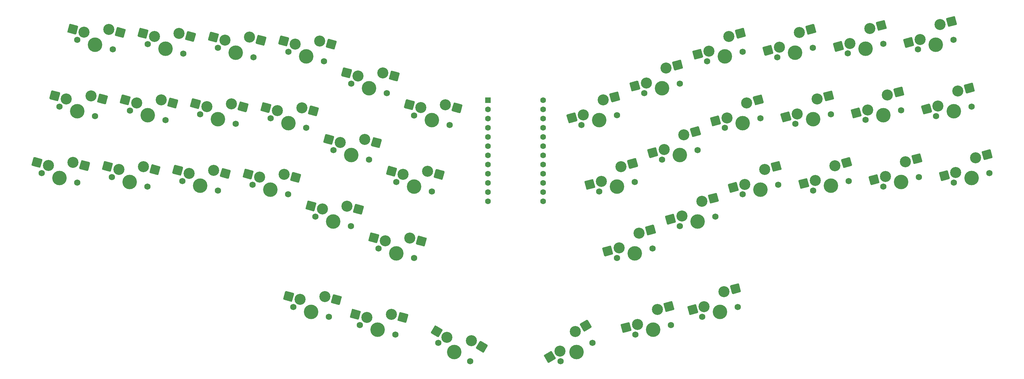
<source format=gbs>
G04 #@! TF.GenerationSoftware,KiCad,Pcbnew,(5.1.12-1-10_14)*
G04 #@! TF.CreationDate,2022-10-16T17:34:36-04:00*
G04 #@! TF.ProjectId,ergo3by6plus3nonSplit,6572676f-3362-4793-9670-6c7573336e6f,rev?*
G04 #@! TF.SameCoordinates,Original*
G04 #@! TF.FileFunction,Soldermask,Bot*
G04 #@! TF.FilePolarity,Negative*
%FSLAX46Y46*%
G04 Gerber Fmt 4.6, Leading zero omitted, Abs format (unit mm)*
G04 Created by KiCad (PCBNEW (5.1.12-1-10_14)) date 2022-10-16 17:34:36*
%MOMM*%
%LPD*%
G01*
G04 APERTURE LIST*
%ADD10C,1.750000*%
%ADD11C,4.000000*%
%ADD12C,3.050000*%
%ADD13C,1.600000*%
%ADD14R,1.600000X1.600000*%
G04 APERTURE END LIST*
D10*
X114656903Y-145739801D03*
X104843097Y-143110199D03*
D11*
X109750000Y-144425000D03*
G36*
G01*
X115217365Y-141666049D02*
X115735003Y-139734198D01*
G75*
G02*
X116041189Y-139557422I241481J-64705D01*
G01*
X118021337Y-140088001D01*
G75*
G02*
X118198113Y-140394187I-64705J-241481D01*
G01*
X117680475Y-142326038D01*
G75*
G02*
X117374289Y-142502814I-241481J64705D01*
G01*
X115394141Y-141972235D01*
G75*
G02*
X115217365Y-141666049I64705J241481D01*
G01*
G37*
G36*
G01*
X102073442Y-140773746D02*
X102591080Y-138841895D01*
G75*
G02*
X102897266Y-138665119I241481J-64705D01*
G01*
X104877414Y-139195698D01*
G75*
G02*
X105054190Y-139501884I-64705J-241481D01*
G01*
X104536552Y-141433735D01*
G75*
G02*
X104230366Y-141610511I-241481J64705D01*
G01*
X102250218Y-141079932D01*
G75*
G02*
X102073442Y-140773746I64705J241481D01*
G01*
G37*
D12*
X113518252Y-140175497D03*
X106727223Y-140985448D03*
D10*
X209176903Y-138175199D03*
X199363097Y-140804801D03*
D11*
X204270000Y-139490000D03*
G36*
G01*
X207625402Y-134366996D02*
X207107764Y-132435145D01*
G75*
G02*
X207284540Y-132128959I241481J64705D01*
G01*
X209264688Y-131598380D01*
G75*
G02*
X209570874Y-131775156I64705J-241481D01*
G01*
X210088512Y-133707007D01*
G75*
G02*
X209911736Y-134013193I-241481J-64705D01*
G01*
X207931588Y-134543772D01*
G75*
G02*
X207625402Y-134366996I-64705J241481D01*
G01*
G37*
G36*
G01*
X195796279Y-140166201D02*
X195278641Y-138234350D01*
G75*
G02*
X195455417Y-137928164I241481J64705D01*
G01*
X197435565Y-137397585D01*
G75*
G02*
X197741751Y-137574361I64705J-241481D01*
G01*
X198259389Y-139506212D01*
G75*
G02*
X198082613Y-139812398I-241481J-64705D01*
G01*
X196102465Y-140342977D01*
G75*
G02*
X195796279Y-140166201I-64705J241481D01*
G01*
G37*
D12*
X205408651Y-133925696D03*
X199932422Y-138022649D03*
D10*
X190756903Y-143105199D03*
X180943097Y-145734801D03*
D11*
X185850000Y-144420000D03*
G36*
G01*
X189205402Y-139296996D02*
X188687764Y-137365145D01*
G75*
G02*
X188864540Y-137058959I241481J64705D01*
G01*
X190844688Y-136528380D01*
G75*
G02*
X191150874Y-136705156I64705J-241481D01*
G01*
X191668512Y-138637007D01*
G75*
G02*
X191491736Y-138943193I-241481J-64705D01*
G01*
X189511588Y-139473772D01*
G75*
G02*
X189205402Y-139296996I-64705J241481D01*
G01*
G37*
G36*
G01*
X177376279Y-145096201D02*
X176858641Y-143164350D01*
G75*
G02*
X177035417Y-142858164I241481J64705D01*
G01*
X179015565Y-142327585D01*
G75*
G02*
X179321751Y-142504361I64705J-241481D01*
G01*
X179839389Y-144436212D01*
G75*
G02*
X179662613Y-144742398I-241481J-64705D01*
G01*
X177682465Y-145272977D01*
G75*
G02*
X177376279Y-145096201I-64705J241481D01*
G01*
G37*
D12*
X186988651Y-138855696D03*
X181512422Y-142952649D03*
D10*
X96256903Y-140804801D03*
X86443097Y-138175199D03*
D11*
X91350000Y-139490000D03*
G36*
G01*
X96817365Y-136731049D02*
X97335003Y-134799198D01*
G75*
G02*
X97641189Y-134622422I241481J-64705D01*
G01*
X99621337Y-135153001D01*
G75*
G02*
X99798113Y-135459187I-64705J-241481D01*
G01*
X99280475Y-137391038D01*
G75*
G02*
X98974289Y-137567814I-241481J64705D01*
G01*
X96994141Y-137037235D01*
G75*
G02*
X96817365Y-136731049I64705J241481D01*
G01*
G37*
G36*
G01*
X83673442Y-135838746D02*
X84191080Y-133906895D01*
G75*
G02*
X84497266Y-133730119I241481J-64705D01*
G01*
X86477414Y-134260698D01*
G75*
G02*
X86654190Y-134566884I-64705J-241481D01*
G01*
X86136552Y-136498735D01*
G75*
G02*
X85830366Y-136675511I-241481J64705D01*
G01*
X83850218Y-136144932D01*
G75*
G02*
X83673442Y-135838746I64705J241481D01*
G01*
G37*
D12*
X95118252Y-135240497D03*
X88327223Y-136050448D03*
D10*
X278686903Y-101145199D03*
X268873097Y-103774801D03*
D11*
X273780000Y-102460000D03*
G36*
G01*
X277135402Y-97336996D02*
X276617764Y-95405145D01*
G75*
G02*
X276794540Y-95098959I241481J64705D01*
G01*
X278774688Y-94568380D01*
G75*
G02*
X279080874Y-94745156I64705J-241481D01*
G01*
X279598512Y-96677007D01*
G75*
G02*
X279421736Y-96983193I-241481J-64705D01*
G01*
X277441588Y-97513772D01*
G75*
G02*
X277135402Y-97336996I-64705J241481D01*
G01*
G37*
G36*
G01*
X265306279Y-103136201D02*
X264788641Y-101204350D01*
G75*
G02*
X264965417Y-100898164I241481J64705D01*
G01*
X266945565Y-100367585D01*
G75*
G02*
X267251751Y-100544361I64705J-241481D01*
G01*
X267769389Y-102476212D01*
G75*
G02*
X267592613Y-102782398I-241481J-64705D01*
G01*
X265612465Y-103312977D01*
G75*
G02*
X265306279Y-103136201I-64705J241481D01*
G01*
G37*
D12*
X274918651Y-96895696D03*
X269442422Y-100992649D03*
D10*
X259266903Y-102255199D03*
X249453097Y-104884801D03*
D11*
X254360000Y-103570000D03*
G36*
G01*
X257715402Y-98446996D02*
X257197764Y-96515145D01*
G75*
G02*
X257374540Y-96208959I241481J64705D01*
G01*
X259354688Y-95678380D01*
G75*
G02*
X259660874Y-95855156I64705J-241481D01*
G01*
X260178512Y-97787007D01*
G75*
G02*
X260001736Y-98093193I-241481J-64705D01*
G01*
X258021588Y-98623772D01*
G75*
G02*
X257715402Y-98446996I-64705J241481D01*
G01*
G37*
G36*
G01*
X245886279Y-104246201D02*
X245368641Y-102314350D01*
G75*
G02*
X245545417Y-102008164I241481J64705D01*
G01*
X247525565Y-101477585D01*
G75*
G02*
X247831751Y-101654361I64705J-241481D01*
G01*
X248349389Y-103586212D01*
G75*
G02*
X248172613Y-103892398I-241481J-64705D01*
G01*
X246192465Y-104422977D01*
G75*
G02*
X245886279Y-104246201I-64705J241481D01*
G01*
G37*
D12*
X255498651Y-98005696D03*
X250022422Y-102102649D03*
D10*
X239846903Y-103315199D03*
X230033097Y-105944801D03*
D11*
X234940000Y-104630000D03*
G36*
G01*
X238295402Y-99506996D02*
X237777764Y-97575145D01*
G75*
G02*
X237954540Y-97268959I241481J64705D01*
G01*
X239934688Y-96738380D01*
G75*
G02*
X240240874Y-96915156I64705J-241481D01*
G01*
X240758512Y-98847007D01*
G75*
G02*
X240581736Y-99153193I-241481J-64705D01*
G01*
X238601588Y-99683772D01*
G75*
G02*
X238295402Y-99506996I-64705J241481D01*
G01*
G37*
G36*
G01*
X226466279Y-105306201D02*
X225948641Y-103374350D01*
G75*
G02*
X226125417Y-103068164I241481J64705D01*
G01*
X228105565Y-102537585D01*
G75*
G02*
X228411751Y-102714361I64705J-241481D01*
G01*
X228929389Y-104646212D01*
G75*
G02*
X228752613Y-104952398I-241481J-64705D01*
G01*
X226772465Y-105482977D01*
G75*
G02*
X226466279Y-105306201I-64705J241481D01*
G01*
G37*
D12*
X236078651Y-99065696D03*
X230602422Y-103162649D03*
D10*
X220381903Y-104385199D03*
X210568097Y-107014801D03*
D11*
X215475000Y-105700000D03*
G36*
G01*
X218830402Y-100576996D02*
X218312764Y-98645145D01*
G75*
G02*
X218489540Y-98338959I241481J64705D01*
G01*
X220469688Y-97808380D01*
G75*
G02*
X220775874Y-97985156I64705J-241481D01*
G01*
X221293512Y-99917007D01*
G75*
G02*
X221116736Y-100223193I-241481J-64705D01*
G01*
X219136588Y-100753772D01*
G75*
G02*
X218830402Y-100576996I-64705J241481D01*
G01*
G37*
G36*
G01*
X207001279Y-106376201D02*
X206483641Y-104444350D01*
G75*
G02*
X206660417Y-104138164I241481J64705D01*
G01*
X208640565Y-103607585D01*
G75*
G02*
X208946751Y-103784361I64705J-241481D01*
G01*
X209464389Y-105716212D01*
G75*
G02*
X209287613Y-106022398I-241481J-64705D01*
G01*
X207307465Y-106552977D01*
G75*
G02*
X207001279Y-106376201I-64705J241481D01*
G01*
G37*
D12*
X216613651Y-100135696D03*
X211137422Y-104232649D03*
D10*
X203031903Y-113175199D03*
X193218097Y-115804801D03*
D11*
X198125000Y-114490000D03*
G36*
G01*
X201480402Y-109366996D02*
X200962764Y-107435145D01*
G75*
G02*
X201139540Y-107128959I241481J64705D01*
G01*
X203119688Y-106598380D01*
G75*
G02*
X203425874Y-106775156I64705J-241481D01*
G01*
X203943512Y-108707007D01*
G75*
G02*
X203766736Y-109013193I-241481J-64705D01*
G01*
X201786588Y-109543772D01*
G75*
G02*
X201480402Y-109366996I-64705J241481D01*
G01*
G37*
G36*
G01*
X189651279Y-115166201D02*
X189133641Y-113234350D01*
G75*
G02*
X189310417Y-112928164I241481J64705D01*
G01*
X191290565Y-112397585D01*
G75*
G02*
X191596751Y-112574361I64705J-241481D01*
G01*
X192114389Y-114506212D01*
G75*
G02*
X191937613Y-114812398I-241481J-64705D01*
G01*
X189957465Y-115342977D01*
G75*
G02*
X189651279Y-115166201I-64705J241481D01*
G01*
G37*
D12*
X199263651Y-108925696D03*
X193787422Y-113022649D03*
D10*
X185676903Y-121965199D03*
X175863097Y-124594801D03*
D11*
X180770000Y-123280000D03*
G36*
G01*
X184125402Y-118156996D02*
X183607764Y-116225145D01*
G75*
G02*
X183784540Y-115918959I241481J64705D01*
G01*
X185764688Y-115388380D01*
G75*
G02*
X186070874Y-115565156I64705J-241481D01*
G01*
X186588512Y-117497007D01*
G75*
G02*
X186411736Y-117803193I-241481J-64705D01*
G01*
X184431588Y-118333772D01*
G75*
G02*
X184125402Y-118156996I-64705J241481D01*
G01*
G37*
G36*
G01*
X172296279Y-123956201D02*
X171778641Y-122024350D01*
G75*
G02*
X171955417Y-121718164I241481J64705D01*
G01*
X173935565Y-121187585D01*
G75*
G02*
X174241751Y-121364361I64705J-241481D01*
G01*
X174759389Y-123296212D01*
G75*
G02*
X174582613Y-123602398I-241481J-64705D01*
G01*
X172602465Y-124132977D01*
G75*
G02*
X172296279Y-123956201I-64705J241481D01*
G01*
G37*
D12*
X181908651Y-117715696D03*
X176432422Y-121812649D03*
D10*
X119756903Y-124614801D03*
X109943097Y-121985199D03*
D11*
X114850000Y-123300000D03*
G36*
G01*
X120317365Y-120541049D02*
X120835003Y-118609198D01*
G75*
G02*
X121141189Y-118432422I241481J-64705D01*
G01*
X123121337Y-118963001D01*
G75*
G02*
X123298113Y-119269187I-64705J-241481D01*
G01*
X122780475Y-121201038D01*
G75*
G02*
X122474289Y-121377814I-241481J64705D01*
G01*
X120494141Y-120847235D01*
G75*
G02*
X120317365Y-120541049I64705J241481D01*
G01*
G37*
G36*
G01*
X107173442Y-119648746D02*
X107691080Y-117716895D01*
G75*
G02*
X107997266Y-117540119I241481J-64705D01*
G01*
X109977414Y-118070698D01*
G75*
G02*
X110154190Y-118376884I-64705J-241481D01*
G01*
X109636552Y-120308735D01*
G75*
G02*
X109330366Y-120485511I-241481J64705D01*
G01*
X107350218Y-119954932D01*
G75*
G02*
X107173442Y-119648746I64705J241481D01*
G01*
G37*
D12*
X118618252Y-119050497D03*
X111827223Y-119860448D03*
D10*
X102386903Y-115824801D03*
X92573097Y-113195199D03*
D11*
X97480000Y-114510000D03*
G36*
G01*
X102947365Y-111751049D02*
X103465003Y-109819198D01*
G75*
G02*
X103771189Y-109642422I241481J-64705D01*
G01*
X105751337Y-110173001D01*
G75*
G02*
X105928113Y-110479187I-64705J-241481D01*
G01*
X105410475Y-112411038D01*
G75*
G02*
X105104289Y-112587814I-241481J64705D01*
G01*
X103124141Y-112057235D01*
G75*
G02*
X102947365Y-111751049I64705J241481D01*
G01*
G37*
G36*
G01*
X89803442Y-110858746D02*
X90321080Y-108926895D01*
G75*
G02*
X90627266Y-108750119I241481J-64705D01*
G01*
X92607414Y-109280698D01*
G75*
G02*
X92784190Y-109586884I-64705J-241481D01*
G01*
X92266552Y-111518735D01*
G75*
G02*
X91960366Y-111695511I-241481J64705D01*
G01*
X89980218Y-111164932D01*
G75*
G02*
X89803442Y-110858746I64705J241481D01*
G01*
G37*
D12*
X101248252Y-110260497D03*
X94457223Y-111070448D03*
D10*
X85031903Y-107014801D03*
X75218097Y-104385199D03*
D11*
X80125000Y-105700000D03*
G36*
G01*
X85592365Y-102941049D02*
X86110003Y-101009198D01*
G75*
G02*
X86416189Y-100832422I241481J-64705D01*
G01*
X88396337Y-101363001D01*
G75*
G02*
X88573113Y-101669187I-64705J-241481D01*
G01*
X88055475Y-103601038D01*
G75*
G02*
X87749289Y-103777814I-241481J64705D01*
G01*
X85769141Y-103247235D01*
G75*
G02*
X85592365Y-102941049I64705J241481D01*
G01*
G37*
G36*
G01*
X72448442Y-102048746D02*
X72966080Y-100116895D01*
G75*
G02*
X73272266Y-99940119I241481J-64705D01*
G01*
X75252414Y-100470698D01*
G75*
G02*
X75429190Y-100776884I-64705J-241481D01*
G01*
X74911552Y-102708735D01*
G75*
G02*
X74605366Y-102885511I-241481J64705D01*
G01*
X72625218Y-102354932D01*
G75*
G02*
X72448442Y-102048746I64705J241481D01*
G01*
G37*
D12*
X83893252Y-101450497D03*
X77102223Y-102260448D03*
D10*
X65596903Y-105944801D03*
X55783097Y-103315199D03*
D11*
X60690000Y-104630000D03*
G36*
G01*
X66157365Y-101871049D02*
X66675003Y-99939198D01*
G75*
G02*
X66981189Y-99762422I241481J-64705D01*
G01*
X68961337Y-100293001D01*
G75*
G02*
X69138113Y-100599187I-64705J-241481D01*
G01*
X68620475Y-102531038D01*
G75*
G02*
X68314289Y-102707814I-241481J64705D01*
G01*
X66334141Y-102177235D01*
G75*
G02*
X66157365Y-101871049I64705J241481D01*
G01*
G37*
G36*
G01*
X53013442Y-100978746D02*
X53531080Y-99046895D01*
G75*
G02*
X53837266Y-98870119I241481J-64705D01*
G01*
X55817414Y-99400698D01*
G75*
G02*
X55994190Y-99706884I-64705J-241481D01*
G01*
X55476552Y-101638735D01*
G75*
G02*
X55170366Y-101815511I-241481J64705D01*
G01*
X53190218Y-101284932D01*
G75*
G02*
X53013442Y-100978746I64705J241481D01*
G01*
G37*
D12*
X64458252Y-100380497D03*
X57667223Y-101190448D03*
D10*
X46166903Y-104884801D03*
X36353097Y-102255199D03*
D11*
X41260000Y-103570000D03*
G36*
G01*
X46727365Y-100811049D02*
X47245003Y-98879198D01*
G75*
G02*
X47551189Y-98702422I241481J-64705D01*
G01*
X49531337Y-99233001D01*
G75*
G02*
X49708113Y-99539187I-64705J-241481D01*
G01*
X49190475Y-101471038D01*
G75*
G02*
X48884289Y-101647814I-241481J64705D01*
G01*
X46904141Y-101117235D01*
G75*
G02*
X46727365Y-100811049I64705J241481D01*
G01*
G37*
G36*
G01*
X33583442Y-99918746D02*
X34101080Y-97986895D01*
G75*
G02*
X34407266Y-97810119I241481J-64705D01*
G01*
X36387414Y-98340698D01*
G75*
G02*
X36564190Y-98646884I-64705J-241481D01*
G01*
X36046552Y-100578735D01*
G75*
G02*
X35740366Y-100755511I-241481J64705D01*
G01*
X33760218Y-100224932D01*
G75*
G02*
X33583442Y-99918746I64705J241481D01*
G01*
G37*
D12*
X45028252Y-99320497D03*
X38237223Y-100130448D03*
D10*
X26731903Y-103764801D03*
X16918097Y-101135199D03*
D11*
X21825000Y-102450000D03*
G36*
G01*
X27292365Y-99691049D02*
X27810003Y-97759198D01*
G75*
G02*
X28116189Y-97582422I241481J-64705D01*
G01*
X30096337Y-98113001D01*
G75*
G02*
X30273113Y-98419187I-64705J-241481D01*
G01*
X29755475Y-100351038D01*
G75*
G02*
X29449289Y-100527814I-241481J64705D01*
G01*
X27469141Y-99997235D01*
G75*
G02*
X27292365Y-99691049I64705J241481D01*
G01*
G37*
G36*
G01*
X14148442Y-98798746D02*
X14666080Y-96866895D01*
G75*
G02*
X14972266Y-96690119I241481J-64705D01*
G01*
X16952414Y-97220698D01*
G75*
G02*
X17129190Y-97526884I-64705J-241481D01*
G01*
X16611552Y-99458735D01*
G75*
G02*
X16305366Y-99635511I-241481J64705D01*
G01*
X14325218Y-99104932D01*
G75*
G02*
X14148442Y-98798746I64705J241481D01*
G01*
G37*
D12*
X25593252Y-98200497D03*
X18802223Y-99010448D03*
D10*
X273766903Y-82735199D03*
X263953097Y-85364801D03*
D11*
X268860000Y-84050000D03*
G36*
G01*
X272215402Y-78926996D02*
X271697764Y-76995145D01*
G75*
G02*
X271874540Y-76688959I241481J64705D01*
G01*
X273854688Y-76158380D01*
G75*
G02*
X274160874Y-76335156I64705J-241481D01*
G01*
X274678512Y-78267007D01*
G75*
G02*
X274501736Y-78573193I-241481J-64705D01*
G01*
X272521588Y-79103772D01*
G75*
G02*
X272215402Y-78926996I-64705J241481D01*
G01*
G37*
G36*
G01*
X260386279Y-84726201D02*
X259868641Y-82794350D01*
G75*
G02*
X260045417Y-82488164I241481J64705D01*
G01*
X262025565Y-81957585D01*
G75*
G02*
X262331751Y-82134361I64705J-241481D01*
G01*
X262849389Y-84066212D01*
G75*
G02*
X262672613Y-84372398I-241481J-64705D01*
G01*
X260692465Y-84902977D01*
G75*
G02*
X260386279Y-84726201I-64705J241481D01*
G01*
G37*
D12*
X269998651Y-78485696D03*
X264522422Y-82582649D03*
D10*
X254306903Y-83810199D03*
X244493097Y-86439801D03*
D11*
X249400000Y-85125000D03*
G36*
G01*
X252755402Y-80001996D02*
X252237764Y-78070145D01*
G75*
G02*
X252414540Y-77763959I241481J64705D01*
G01*
X254394688Y-77233380D01*
G75*
G02*
X254700874Y-77410156I64705J-241481D01*
G01*
X255218512Y-79342007D01*
G75*
G02*
X255041736Y-79648193I-241481J-64705D01*
G01*
X253061588Y-80178772D01*
G75*
G02*
X252755402Y-80001996I-64705J241481D01*
G01*
G37*
G36*
G01*
X240926279Y-85801201D02*
X240408641Y-83869350D01*
G75*
G02*
X240585417Y-83563164I241481J64705D01*
G01*
X242565565Y-83032585D01*
G75*
G02*
X242871751Y-83209361I64705J-241481D01*
G01*
X243389389Y-85141212D01*
G75*
G02*
X243212613Y-85447398I-241481J-64705D01*
G01*
X241232465Y-85977977D01*
G75*
G02*
X240926279Y-85801201I-64705J241481D01*
G01*
G37*
D12*
X250538651Y-79560696D03*
X245062422Y-83657649D03*
D10*
X234906903Y-84910199D03*
X225093097Y-87539801D03*
D11*
X230000000Y-86225000D03*
G36*
G01*
X233355402Y-81101996D02*
X232837764Y-79170145D01*
G75*
G02*
X233014540Y-78863959I241481J64705D01*
G01*
X234994688Y-78333380D01*
G75*
G02*
X235300874Y-78510156I64705J-241481D01*
G01*
X235818512Y-80442007D01*
G75*
G02*
X235641736Y-80748193I-241481J-64705D01*
G01*
X233661588Y-81278772D01*
G75*
G02*
X233355402Y-81101996I-64705J241481D01*
G01*
G37*
G36*
G01*
X221526279Y-86901201D02*
X221008641Y-84969350D01*
G75*
G02*
X221185417Y-84663164I241481J64705D01*
G01*
X223165565Y-84132585D01*
G75*
G02*
X223471751Y-84309361I64705J-241481D01*
G01*
X223989389Y-86241212D01*
G75*
G02*
X223812613Y-86547398I-241481J-64705D01*
G01*
X221832465Y-87077977D01*
G75*
G02*
X221526279Y-86901201I-64705J241481D01*
G01*
G37*
D12*
X231138651Y-80660696D03*
X225662422Y-84757649D03*
D10*
X215456903Y-86010199D03*
X205643097Y-88639801D03*
D11*
X210550000Y-87325000D03*
G36*
G01*
X213905402Y-82201996D02*
X213387764Y-80270145D01*
G75*
G02*
X213564540Y-79963959I241481J64705D01*
G01*
X215544688Y-79433380D01*
G75*
G02*
X215850874Y-79610156I64705J-241481D01*
G01*
X216368512Y-81542007D01*
G75*
G02*
X216191736Y-81848193I-241481J-64705D01*
G01*
X214211588Y-82378772D01*
G75*
G02*
X213905402Y-82201996I-64705J241481D01*
G01*
G37*
G36*
G01*
X202076279Y-88001201D02*
X201558641Y-86069350D01*
G75*
G02*
X201735417Y-85763164I241481J64705D01*
G01*
X203715565Y-85232585D01*
G75*
G02*
X204021751Y-85409361I64705J-241481D01*
G01*
X204539389Y-87341212D01*
G75*
G02*
X204362613Y-87647398I-241481J-64705D01*
G01*
X202382465Y-88177977D01*
G75*
G02*
X202076279Y-88001201I-64705J241481D01*
G01*
G37*
D12*
X211688651Y-81760696D03*
X206212422Y-85857649D03*
D10*
X198106903Y-94785199D03*
X188293097Y-97414801D03*
D11*
X193200000Y-96100000D03*
G36*
G01*
X196555402Y-90976996D02*
X196037764Y-89045145D01*
G75*
G02*
X196214540Y-88738959I241481J64705D01*
G01*
X198194688Y-88208380D01*
G75*
G02*
X198500874Y-88385156I64705J-241481D01*
G01*
X199018512Y-90317007D01*
G75*
G02*
X198841736Y-90623193I-241481J-64705D01*
G01*
X196861588Y-91153772D01*
G75*
G02*
X196555402Y-90976996I-64705J241481D01*
G01*
G37*
G36*
G01*
X184726279Y-96776201D02*
X184208641Y-94844350D01*
G75*
G02*
X184385417Y-94538164I241481J64705D01*
G01*
X186365565Y-94007585D01*
G75*
G02*
X186671751Y-94184361I64705J-241481D01*
G01*
X187189389Y-96116212D01*
G75*
G02*
X187012613Y-96422398I-241481J-64705D01*
G01*
X185032465Y-96952977D01*
G75*
G02*
X184726279Y-96776201I-64705J241481D01*
G01*
G37*
D12*
X194338651Y-90535696D03*
X188862422Y-94632649D03*
D10*
X180736903Y-103575199D03*
X170923097Y-106204801D03*
D11*
X175830000Y-104890000D03*
G36*
G01*
X179185402Y-99766996D02*
X178667764Y-97835145D01*
G75*
G02*
X178844540Y-97528959I241481J64705D01*
G01*
X180824688Y-96998380D01*
G75*
G02*
X181130874Y-97175156I64705J-241481D01*
G01*
X181648512Y-99107007D01*
G75*
G02*
X181471736Y-99413193I-241481J-64705D01*
G01*
X179491588Y-99943772D01*
G75*
G02*
X179185402Y-99766996I-64705J241481D01*
G01*
G37*
G36*
G01*
X167356279Y-105566201D02*
X166838641Y-103634350D01*
G75*
G02*
X167015417Y-103328164I241481J64705D01*
G01*
X168995565Y-102797585D01*
G75*
G02*
X169301751Y-102974361I64705J-241481D01*
G01*
X169819389Y-104906212D01*
G75*
G02*
X169642613Y-105212398I-241481J-64705D01*
G01*
X167662465Y-105742977D01*
G75*
G02*
X167356279Y-105566201I-64705J241481D01*
G01*
G37*
D12*
X176968651Y-99325696D03*
X171492422Y-103422649D03*
D10*
X124686903Y-106204801D03*
X114873097Y-103575199D03*
D11*
X119780000Y-104890000D03*
G36*
G01*
X125247365Y-102131049D02*
X125765003Y-100199198D01*
G75*
G02*
X126071189Y-100022422I241481J-64705D01*
G01*
X128051337Y-100553001D01*
G75*
G02*
X128228113Y-100859187I-64705J-241481D01*
G01*
X127710475Y-102791038D01*
G75*
G02*
X127404289Y-102967814I-241481J64705D01*
G01*
X125424141Y-102437235D01*
G75*
G02*
X125247365Y-102131049I64705J241481D01*
G01*
G37*
G36*
G01*
X112103442Y-101238746D02*
X112621080Y-99306895D01*
G75*
G02*
X112927266Y-99130119I241481J-64705D01*
G01*
X114907414Y-99660698D01*
G75*
G02*
X115084190Y-99966884I-64705J-241481D01*
G01*
X114566552Y-101898735D01*
G75*
G02*
X114260366Y-102075511I-241481J64705D01*
G01*
X112280218Y-101544932D01*
G75*
G02*
X112103442Y-101238746I64705J241481D01*
G01*
G37*
D12*
X123548252Y-100640497D03*
X116757223Y-101450448D03*
D10*
X107331903Y-97414801D03*
X97518097Y-94785199D03*
D11*
X102425000Y-96100000D03*
G36*
G01*
X107892365Y-93341049D02*
X108410003Y-91409198D01*
G75*
G02*
X108716189Y-91232422I241481J-64705D01*
G01*
X110696337Y-91763001D01*
G75*
G02*
X110873113Y-92069187I-64705J-241481D01*
G01*
X110355475Y-94001038D01*
G75*
G02*
X110049289Y-94177814I-241481J64705D01*
G01*
X108069141Y-93647235D01*
G75*
G02*
X107892365Y-93341049I64705J241481D01*
G01*
G37*
G36*
G01*
X94748442Y-92448746D02*
X95266080Y-90516895D01*
G75*
G02*
X95572266Y-90340119I241481J-64705D01*
G01*
X97552414Y-90870698D01*
G75*
G02*
X97729190Y-91176884I-64705J-241481D01*
G01*
X97211552Y-93108735D01*
G75*
G02*
X96905366Y-93285511I-241481J64705D01*
G01*
X94925218Y-92754932D01*
G75*
G02*
X94748442Y-92448746I64705J241481D01*
G01*
G37*
D12*
X106193252Y-91850497D03*
X99402223Y-92660448D03*
D10*
X89956903Y-88639801D03*
X80143097Y-86010199D03*
D11*
X85050000Y-87325000D03*
G36*
G01*
X90517365Y-84566049D02*
X91035003Y-82634198D01*
G75*
G02*
X91341189Y-82457422I241481J-64705D01*
G01*
X93321337Y-82988001D01*
G75*
G02*
X93498113Y-83294187I-64705J-241481D01*
G01*
X92980475Y-85226038D01*
G75*
G02*
X92674289Y-85402814I-241481J64705D01*
G01*
X90694141Y-84872235D01*
G75*
G02*
X90517365Y-84566049I64705J241481D01*
G01*
G37*
G36*
G01*
X77373442Y-83673746D02*
X77891080Y-81741895D01*
G75*
G02*
X78197266Y-81565119I241481J-64705D01*
G01*
X80177414Y-82095698D01*
G75*
G02*
X80354190Y-82401884I-64705J-241481D01*
G01*
X79836552Y-84333735D01*
G75*
G02*
X79530366Y-84510511I-241481J64705D01*
G01*
X77550218Y-83979932D01*
G75*
G02*
X77373442Y-83673746I64705J241481D01*
G01*
G37*
D12*
X88818252Y-83075497D03*
X82027223Y-83885448D03*
D10*
X70506903Y-87539801D03*
X60693097Y-84910199D03*
D11*
X65600000Y-86225000D03*
G36*
G01*
X71067365Y-83466049D02*
X71585003Y-81534198D01*
G75*
G02*
X71891189Y-81357422I241481J-64705D01*
G01*
X73871337Y-81888001D01*
G75*
G02*
X74048113Y-82194187I-64705J-241481D01*
G01*
X73530475Y-84126038D01*
G75*
G02*
X73224289Y-84302814I-241481J64705D01*
G01*
X71244141Y-83772235D01*
G75*
G02*
X71067365Y-83466049I64705J241481D01*
G01*
G37*
G36*
G01*
X57923442Y-82573746D02*
X58441080Y-80641895D01*
G75*
G02*
X58747266Y-80465119I241481J-64705D01*
G01*
X60727414Y-80995698D01*
G75*
G02*
X60904190Y-81301884I-64705J-241481D01*
G01*
X60386552Y-83233735D01*
G75*
G02*
X60080366Y-83410511I-241481J64705D01*
G01*
X58100218Y-82879932D01*
G75*
G02*
X57923442Y-82573746I64705J241481D01*
G01*
G37*
D12*
X69368252Y-81975497D03*
X62577223Y-82785448D03*
D10*
X51089680Y-86484353D03*
X41275874Y-83854751D03*
D11*
X46182777Y-85169552D03*
G36*
G01*
X51650142Y-82410601D02*
X52167780Y-80478750D01*
G75*
G02*
X52473966Y-80301974I241481J-64705D01*
G01*
X54454114Y-80832553D01*
G75*
G02*
X54630890Y-81138739I-64705J-241481D01*
G01*
X54113252Y-83070590D01*
G75*
G02*
X53807066Y-83247366I-241481J64705D01*
G01*
X51826918Y-82716787D01*
G75*
G02*
X51650142Y-82410601I64705J241481D01*
G01*
G37*
G36*
G01*
X38506219Y-81518298D02*
X39023857Y-79586447D01*
G75*
G02*
X39330043Y-79409671I241481J-64705D01*
G01*
X41310191Y-79940250D01*
G75*
G02*
X41486967Y-80246436I-64705J-241481D01*
G01*
X40969329Y-82178287D01*
G75*
G02*
X40663143Y-82355063I-241481J64705D01*
G01*
X38682995Y-81824484D01*
G75*
G02*
X38506219Y-81518298I64705J241481D01*
G01*
G37*
D12*
X49951029Y-80920049D03*
X43160000Y-81730000D03*
D10*
X31656903Y-85364801D03*
X21843097Y-82735199D03*
D11*
X26750000Y-84050000D03*
G36*
G01*
X32217365Y-81291049D02*
X32735003Y-79359198D01*
G75*
G02*
X33041189Y-79182422I241481J-64705D01*
G01*
X35021337Y-79713001D01*
G75*
G02*
X35198113Y-80019187I-64705J-241481D01*
G01*
X34680475Y-81951038D01*
G75*
G02*
X34374289Y-82127814I-241481J64705D01*
G01*
X32394141Y-81597235D01*
G75*
G02*
X32217365Y-81291049I64705J241481D01*
G01*
G37*
G36*
G01*
X19073442Y-80398746D02*
X19591080Y-78466895D01*
G75*
G02*
X19897266Y-78290119I241481J-64705D01*
G01*
X21877414Y-78820698D01*
G75*
G02*
X22054190Y-79126884I-64705J-241481D01*
G01*
X21536552Y-81058735D01*
G75*
G02*
X21230366Y-81235511I-241481J64705D01*
G01*
X19250218Y-80704932D01*
G75*
G02*
X19073442Y-80398746I64705J241481D01*
G01*
G37*
D12*
X30518252Y-79800497D03*
X23727223Y-80610448D03*
D10*
X268831903Y-64335199D03*
X259018097Y-66964801D03*
D11*
X263925000Y-65650000D03*
G36*
G01*
X267280402Y-60526996D02*
X266762764Y-58595145D01*
G75*
G02*
X266939540Y-58288959I241481J64705D01*
G01*
X268919688Y-57758380D01*
G75*
G02*
X269225874Y-57935156I64705J-241481D01*
G01*
X269743512Y-59867007D01*
G75*
G02*
X269566736Y-60173193I-241481J-64705D01*
G01*
X267586588Y-60703772D01*
G75*
G02*
X267280402Y-60526996I-64705J241481D01*
G01*
G37*
G36*
G01*
X255451279Y-66326201D02*
X254933641Y-64394350D01*
G75*
G02*
X255110417Y-64088164I241481J64705D01*
G01*
X257090565Y-63557585D01*
G75*
G02*
X257396751Y-63734361I64705J-241481D01*
G01*
X257914389Y-65666212D01*
G75*
G02*
X257737613Y-65972398I-241481J-64705D01*
G01*
X255757465Y-66502977D01*
G75*
G02*
X255451279Y-66326201I-64705J241481D01*
G01*
G37*
D12*
X265063651Y-60085696D03*
X259587422Y-64182649D03*
D10*
X249431903Y-65435199D03*
X239618097Y-68064801D03*
D11*
X244525000Y-66750000D03*
G36*
G01*
X247880402Y-61626996D02*
X247362764Y-59695145D01*
G75*
G02*
X247539540Y-59388959I241481J64705D01*
G01*
X249519688Y-58858380D01*
G75*
G02*
X249825874Y-59035156I64705J-241481D01*
G01*
X250343512Y-60967007D01*
G75*
G02*
X250166736Y-61273193I-241481J-64705D01*
G01*
X248186588Y-61803772D01*
G75*
G02*
X247880402Y-61626996I-64705J241481D01*
G01*
G37*
G36*
G01*
X236051279Y-67426201D02*
X235533641Y-65494350D01*
G75*
G02*
X235710417Y-65188164I241481J64705D01*
G01*
X237690565Y-64657585D01*
G75*
G02*
X237996751Y-64834361I64705J-241481D01*
G01*
X238514389Y-66766212D01*
G75*
G02*
X238337613Y-67072398I-241481J-64705D01*
G01*
X236357465Y-67602977D01*
G75*
G02*
X236051279Y-67426201I-64705J241481D01*
G01*
G37*
D12*
X245663651Y-61185696D03*
X240187422Y-65282649D03*
D10*
X229956903Y-66510199D03*
X220143097Y-69139801D03*
D11*
X225050000Y-67825000D03*
G36*
G01*
X228405402Y-62701996D02*
X227887764Y-60770145D01*
G75*
G02*
X228064540Y-60463959I241481J64705D01*
G01*
X230044688Y-59933380D01*
G75*
G02*
X230350874Y-60110156I64705J-241481D01*
G01*
X230868512Y-62042007D01*
G75*
G02*
X230691736Y-62348193I-241481J-64705D01*
G01*
X228711588Y-62878772D01*
G75*
G02*
X228405402Y-62701996I-64705J241481D01*
G01*
G37*
G36*
G01*
X216576279Y-68501201D02*
X216058641Y-66569350D01*
G75*
G02*
X216235417Y-66263164I241481J64705D01*
G01*
X218215565Y-65732585D01*
G75*
G02*
X218521751Y-65909361I64705J-241481D01*
G01*
X219039389Y-67841212D01*
G75*
G02*
X218862613Y-68147398I-241481J-64705D01*
G01*
X216882465Y-68677977D01*
G75*
G02*
X216576279Y-68501201I-64705J241481D01*
G01*
G37*
D12*
X226188651Y-62260696D03*
X220712422Y-66357649D03*
D10*
X210531903Y-67585199D03*
X200718097Y-70214801D03*
D11*
X205625000Y-68900000D03*
G36*
G01*
X208980402Y-63776996D02*
X208462764Y-61845145D01*
G75*
G02*
X208639540Y-61538959I241481J64705D01*
G01*
X210619688Y-61008380D01*
G75*
G02*
X210925874Y-61185156I64705J-241481D01*
G01*
X211443512Y-63117007D01*
G75*
G02*
X211266736Y-63423193I-241481J-64705D01*
G01*
X209286588Y-63953772D01*
G75*
G02*
X208980402Y-63776996I-64705J241481D01*
G01*
G37*
G36*
G01*
X197151279Y-69576201D02*
X196633641Y-67644350D01*
G75*
G02*
X196810417Y-67338164I241481J64705D01*
G01*
X198790565Y-66807585D01*
G75*
G02*
X199096751Y-66984361I64705J-241481D01*
G01*
X199614389Y-68916212D01*
G75*
G02*
X199437613Y-69222398I-241481J-64705D01*
G01*
X197457465Y-69752977D01*
G75*
G02*
X197151279Y-69576201I-64705J241481D01*
G01*
G37*
D12*
X206763651Y-63335696D03*
X201287422Y-67432649D03*
D10*
X193176903Y-76385199D03*
X183363097Y-79014801D03*
D11*
X188270000Y-77700000D03*
G36*
G01*
X191625402Y-72576996D02*
X191107764Y-70645145D01*
G75*
G02*
X191284540Y-70338959I241481J64705D01*
G01*
X193264688Y-69808380D01*
G75*
G02*
X193570874Y-69985156I64705J-241481D01*
G01*
X194088512Y-71917007D01*
G75*
G02*
X193911736Y-72223193I-241481J-64705D01*
G01*
X191931588Y-72753772D01*
G75*
G02*
X191625402Y-72576996I-64705J241481D01*
G01*
G37*
G36*
G01*
X179796279Y-78376201D02*
X179278641Y-76444350D01*
G75*
G02*
X179455417Y-76138164I241481J64705D01*
G01*
X181435565Y-75607585D01*
G75*
G02*
X181741751Y-75784361I64705J-241481D01*
G01*
X182259389Y-77716212D01*
G75*
G02*
X182082613Y-78022398I-241481J-64705D01*
G01*
X180102465Y-78552977D01*
G75*
G02*
X179796279Y-78376201I-64705J241481D01*
G01*
G37*
D12*
X189408651Y-72135696D03*
X183932422Y-76232649D03*
D10*
X175806903Y-85175199D03*
X165993097Y-87804801D03*
D11*
X170900000Y-86490000D03*
G36*
G01*
X174255402Y-81366996D02*
X173737764Y-79435145D01*
G75*
G02*
X173914540Y-79128959I241481J64705D01*
G01*
X175894688Y-78598380D01*
G75*
G02*
X176200874Y-78775156I64705J-241481D01*
G01*
X176718512Y-80707007D01*
G75*
G02*
X176541736Y-81013193I-241481J-64705D01*
G01*
X174561588Y-81543772D01*
G75*
G02*
X174255402Y-81366996I-64705J241481D01*
G01*
G37*
G36*
G01*
X162426279Y-87166201D02*
X161908641Y-85234350D01*
G75*
G02*
X162085417Y-84928164I241481J64705D01*
G01*
X164065565Y-84397585D01*
G75*
G02*
X164371751Y-84574361I64705J-241481D01*
G01*
X164889389Y-86506212D01*
G75*
G02*
X164712613Y-86812398I-241481J-64705D01*
G01*
X162732465Y-87342977D01*
G75*
G02*
X162426279Y-87166201I-64705J241481D01*
G01*
G37*
D12*
X172038651Y-80925696D03*
X166562422Y-85022649D03*
D10*
X129606903Y-87814801D03*
X119793097Y-85185199D03*
D11*
X124700000Y-86500000D03*
G36*
G01*
X130167365Y-83741049D02*
X130685003Y-81809198D01*
G75*
G02*
X130991189Y-81632422I241481J-64705D01*
G01*
X132971337Y-82163001D01*
G75*
G02*
X133148113Y-82469187I-64705J-241481D01*
G01*
X132630475Y-84401038D01*
G75*
G02*
X132324289Y-84577814I-241481J64705D01*
G01*
X130344141Y-84047235D01*
G75*
G02*
X130167365Y-83741049I64705J241481D01*
G01*
G37*
G36*
G01*
X117023442Y-82848746D02*
X117541080Y-80916895D01*
G75*
G02*
X117847266Y-80740119I241481J-64705D01*
G01*
X119827414Y-81270698D01*
G75*
G02*
X120004190Y-81576884I-64705J-241481D01*
G01*
X119486552Y-83508735D01*
G75*
G02*
X119180366Y-83685511I-241481J64705D01*
G01*
X117200218Y-83154932D01*
G75*
G02*
X117023442Y-82848746I64705J241481D01*
G01*
G37*
D12*
X128468252Y-82250497D03*
X121677223Y-83060448D03*
D10*
X112256903Y-79014801D03*
X102443097Y-76385199D03*
D11*
X107350000Y-77700000D03*
G36*
G01*
X112817365Y-74941049D02*
X113335003Y-73009198D01*
G75*
G02*
X113641189Y-72832422I241481J-64705D01*
G01*
X115621337Y-73363001D01*
G75*
G02*
X115798113Y-73669187I-64705J-241481D01*
G01*
X115280475Y-75601038D01*
G75*
G02*
X114974289Y-75777814I-241481J64705D01*
G01*
X112994141Y-75247235D01*
G75*
G02*
X112817365Y-74941049I64705J241481D01*
G01*
G37*
G36*
G01*
X99673442Y-74048746D02*
X100191080Y-72116895D01*
G75*
G02*
X100497266Y-71940119I241481J-64705D01*
G01*
X102477414Y-72470698D01*
G75*
G02*
X102654190Y-72776884I-64705J-241481D01*
G01*
X102136552Y-74708735D01*
G75*
G02*
X101830366Y-74885511I-241481J64705D01*
G01*
X99850218Y-74354932D01*
G75*
G02*
X99673442Y-74048746I64705J241481D01*
G01*
G37*
D12*
X111118252Y-73450497D03*
X104327223Y-74260448D03*
D10*
X94881903Y-70214801D03*
X85068097Y-67585199D03*
D11*
X89975000Y-68900000D03*
G36*
G01*
X95442365Y-66141049D02*
X95960003Y-64209198D01*
G75*
G02*
X96266189Y-64032422I241481J-64705D01*
G01*
X98246337Y-64563001D01*
G75*
G02*
X98423113Y-64869187I-64705J-241481D01*
G01*
X97905475Y-66801038D01*
G75*
G02*
X97599289Y-66977814I-241481J64705D01*
G01*
X95619141Y-66447235D01*
G75*
G02*
X95442365Y-66141049I64705J241481D01*
G01*
G37*
G36*
G01*
X82298442Y-65248746D02*
X82816080Y-63316895D01*
G75*
G02*
X83122266Y-63140119I241481J-64705D01*
G01*
X85102414Y-63670698D01*
G75*
G02*
X85279190Y-63976884I-64705J-241481D01*
G01*
X84761552Y-65908735D01*
G75*
G02*
X84455366Y-66085511I-241481J64705D01*
G01*
X82475218Y-65554932D01*
G75*
G02*
X82298442Y-65248746I64705J241481D01*
G01*
G37*
D12*
X93743252Y-64650497D03*
X86952223Y-65460448D03*
D10*
X75456903Y-69139801D03*
X65643097Y-66510199D03*
D11*
X70550000Y-67825000D03*
G36*
G01*
X76017365Y-65066049D02*
X76535003Y-63134198D01*
G75*
G02*
X76841189Y-62957422I241481J-64705D01*
G01*
X78821337Y-63488001D01*
G75*
G02*
X78998113Y-63794187I-64705J-241481D01*
G01*
X78480475Y-65726038D01*
G75*
G02*
X78174289Y-65902814I-241481J64705D01*
G01*
X76194141Y-65372235D01*
G75*
G02*
X76017365Y-65066049I64705J241481D01*
G01*
G37*
G36*
G01*
X62873442Y-64173746D02*
X63391080Y-62241895D01*
G75*
G02*
X63697266Y-62065119I241481J-64705D01*
G01*
X65677414Y-62595698D01*
G75*
G02*
X65854190Y-62901884I-64705J-241481D01*
G01*
X65336552Y-64833735D01*
G75*
G02*
X65030366Y-65010511I-241481J64705D01*
G01*
X63050218Y-64479932D01*
G75*
G02*
X62873442Y-64173746I64705J241481D01*
G01*
G37*
D12*
X74318252Y-63575497D03*
X67527223Y-64385448D03*
D10*
X56006903Y-68089801D03*
X46193097Y-65460199D03*
D11*
X51100000Y-66775000D03*
G36*
G01*
X56567365Y-64016049D02*
X57085003Y-62084198D01*
G75*
G02*
X57391189Y-61907422I241481J-64705D01*
G01*
X59371337Y-62438001D01*
G75*
G02*
X59548113Y-62744187I-64705J-241481D01*
G01*
X59030475Y-64676038D01*
G75*
G02*
X58724289Y-64852814I-241481J64705D01*
G01*
X56744141Y-64322235D01*
G75*
G02*
X56567365Y-64016049I64705J241481D01*
G01*
G37*
G36*
G01*
X43423442Y-63123746D02*
X43941080Y-61191895D01*
G75*
G02*
X44247266Y-61015119I241481J-64705D01*
G01*
X46227414Y-61545698D01*
G75*
G02*
X46404190Y-61851884I-64705J-241481D01*
G01*
X45886552Y-63783735D01*
G75*
G02*
X45580366Y-63960511I-241481J64705D01*
G01*
X43600218Y-63429932D01*
G75*
G02*
X43423442Y-63123746I64705J241481D01*
G01*
G37*
D12*
X54868252Y-62525497D03*
X48077223Y-63335448D03*
D10*
X36579871Y-66963763D03*
X26766065Y-64334161D03*
D11*
X31672968Y-65648962D03*
G36*
G01*
X37140333Y-62890011D02*
X37657971Y-60958160D01*
G75*
G02*
X37964157Y-60781384I241481J-64705D01*
G01*
X39944305Y-61311963D01*
G75*
G02*
X40121081Y-61618149I-64705J-241481D01*
G01*
X39603443Y-63550000D01*
G75*
G02*
X39297257Y-63726776I-241481J64705D01*
G01*
X37317109Y-63196197D01*
G75*
G02*
X37140333Y-62890011I64705J241481D01*
G01*
G37*
G36*
G01*
X23996410Y-61997708D02*
X24514048Y-60065857D01*
G75*
G02*
X24820234Y-59889081I241481J-64705D01*
G01*
X26800382Y-60419660D01*
G75*
G02*
X26977158Y-60725846I-64705J-241481D01*
G01*
X26459520Y-62657697D01*
G75*
G02*
X26153334Y-62834473I-241481J64705D01*
G01*
X24173186Y-62303894D01*
G75*
G02*
X23996410Y-61997708I64705J241481D01*
G01*
G37*
D12*
X35441220Y-61399459D03*
X28650191Y-62209410D03*
D10*
X135319409Y-153140000D03*
X126520591Y-148060000D03*
D11*
X130920000Y-150600000D03*
G36*
G01*
X136915138Y-149350116D02*
X137915138Y-147618066D01*
G75*
G02*
X138256644Y-147526560I216506J-125000D01*
G01*
X140031996Y-148551560D01*
G75*
G02*
X140123502Y-148893066I-125000J-216506D01*
G01*
X139123502Y-150625116D01*
G75*
G02*
X138781996Y-150716622I-216506J125000D01*
G01*
X137006644Y-149691622D01*
G75*
G02*
X136915138Y-149350116I125000J216506D01*
G01*
G37*
G36*
G01*
X124450028Y-145086320D02*
X125450028Y-143354270D01*
G75*
G02*
X125791534Y-143262764I216506J-125000D01*
G01*
X127566886Y-144287764D01*
G75*
G02*
X127658392Y-144629270I-125000J-216506D01*
G01*
X126658392Y-146361320D01*
G75*
G02*
X126316886Y-146452826I-216506J125000D01*
G01*
X124541534Y-145427826D01*
G75*
G02*
X124450028Y-145086320I125000J216506D01*
G01*
G37*
D12*
X135659705Y-147470591D03*
X128890443Y-146495295D03*
D10*
X169079409Y-148060000D03*
X160280591Y-153140000D03*
D11*
X164680000Y-150600000D03*
G36*
G01*
X166595138Y-144783116D02*
X165595138Y-143051066D01*
G75*
G02*
X165686644Y-142709560I216506J125000D01*
G01*
X167461996Y-141684560D01*
G75*
G02*
X167803502Y-141776066I125000J-216506D01*
G01*
X168803502Y-143508116D01*
G75*
G02*
X168711996Y-143849622I-216506J-125000D01*
G01*
X166936644Y-144874622D01*
G75*
G02*
X166595138Y-144783116I-125000J216506D01*
G01*
G37*
G36*
G01*
X156670028Y-153446320D02*
X155670028Y-151714270D01*
G75*
G02*
X155761534Y-151372764I216506J125000D01*
G01*
X157536886Y-150347764D01*
G75*
G02*
X157878392Y-150439270I125000J-216506D01*
G01*
X158878392Y-152171320D01*
G75*
G02*
X158786886Y-152512826I-216506J-125000D01*
G01*
X157011534Y-153537826D01*
G75*
G02*
X156670028Y-153446320I-125000J216506D01*
G01*
G37*
D12*
X164339705Y-144930591D03*
X160110443Y-150305295D03*
D13*
X155420000Y-80950000D03*
X155420000Y-83490000D03*
X155420000Y-86030000D03*
X155420000Y-88570000D03*
X155420000Y-91110000D03*
X155420000Y-93650000D03*
X155420000Y-96190000D03*
X155420000Y-98730000D03*
X155420000Y-101270000D03*
X155420000Y-103810000D03*
X155420000Y-106350000D03*
X155420000Y-108890000D03*
X140180000Y-108890000D03*
X140180000Y-106350000D03*
X140180000Y-103810000D03*
X140180000Y-101270000D03*
X140180000Y-98730000D03*
X140180000Y-96190000D03*
X140180000Y-93650000D03*
X140180000Y-91110000D03*
X140180000Y-88570000D03*
X140180000Y-86030000D03*
X140180000Y-83490000D03*
D14*
X140180000Y-80950000D03*
M02*

</source>
